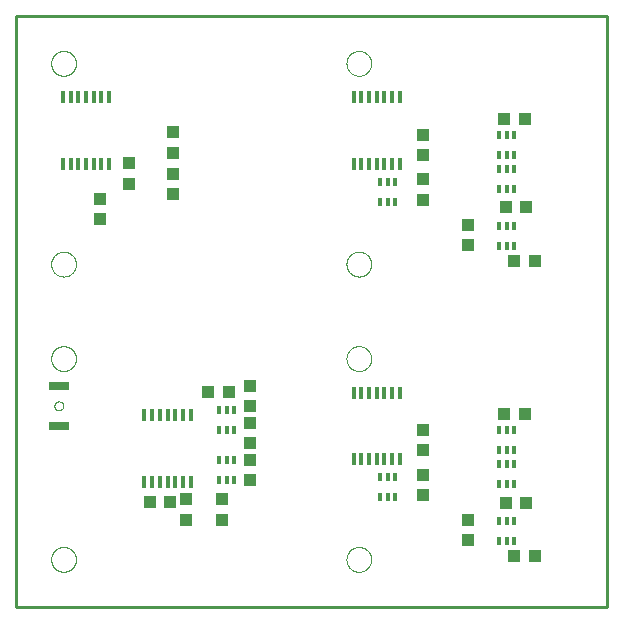
<source format=gbp>
G75*
%MOIN*%
%OFA0B0*%
%FSLAX25Y25*%
%IPPOS*%
%LPD*%
%AMOC8*
5,1,8,0,0,1.08239X$1,22.5*
%
%ADD10C,0.01000*%
%ADD11C,0.00000*%
%ADD12R,0.01378X0.03937*%
%ADD13R,0.04252X0.04134*%
%ADD14R,0.04331X0.03937*%
%ADD15R,0.01378X0.03150*%
%ADD16R,0.04134X0.04252*%
%ADD17R,0.03937X0.04331*%
%ADD18R,0.06693X0.03150*%
D10*
X0001500Y0001500D02*
X0198350Y0001500D01*
X0198350Y0198350D01*
X0001500Y0198350D01*
X0001500Y0001500D01*
D11*
X0013114Y0017248D02*
X0013116Y0017376D01*
X0013122Y0017504D01*
X0013132Y0017631D01*
X0013146Y0017759D01*
X0013163Y0017885D01*
X0013185Y0018011D01*
X0013211Y0018137D01*
X0013240Y0018261D01*
X0013273Y0018385D01*
X0013310Y0018507D01*
X0013351Y0018628D01*
X0013396Y0018748D01*
X0013444Y0018867D01*
X0013496Y0018984D01*
X0013552Y0019099D01*
X0013611Y0019213D01*
X0013673Y0019324D01*
X0013739Y0019434D01*
X0013808Y0019541D01*
X0013881Y0019647D01*
X0013957Y0019750D01*
X0014036Y0019850D01*
X0014118Y0019949D01*
X0014203Y0020044D01*
X0014291Y0020137D01*
X0014382Y0020227D01*
X0014475Y0020314D01*
X0014572Y0020399D01*
X0014670Y0020480D01*
X0014772Y0020558D01*
X0014875Y0020633D01*
X0014981Y0020705D01*
X0015089Y0020774D01*
X0015199Y0020839D01*
X0015312Y0020900D01*
X0015426Y0020959D01*
X0015541Y0021013D01*
X0015659Y0021064D01*
X0015777Y0021112D01*
X0015898Y0021155D01*
X0016019Y0021195D01*
X0016142Y0021231D01*
X0016266Y0021264D01*
X0016391Y0021292D01*
X0016516Y0021317D01*
X0016642Y0021337D01*
X0016769Y0021354D01*
X0016897Y0021367D01*
X0017024Y0021376D01*
X0017152Y0021381D01*
X0017280Y0021382D01*
X0017408Y0021379D01*
X0017536Y0021372D01*
X0017663Y0021361D01*
X0017790Y0021346D01*
X0017917Y0021328D01*
X0018043Y0021305D01*
X0018168Y0021278D01*
X0018292Y0021248D01*
X0018415Y0021214D01*
X0018538Y0021176D01*
X0018659Y0021134D01*
X0018778Y0021088D01*
X0018896Y0021039D01*
X0019013Y0020986D01*
X0019128Y0020930D01*
X0019241Y0020870D01*
X0019352Y0020807D01*
X0019461Y0020740D01*
X0019568Y0020670D01*
X0019673Y0020596D01*
X0019775Y0020520D01*
X0019875Y0020440D01*
X0019973Y0020357D01*
X0020068Y0020271D01*
X0020160Y0020182D01*
X0020249Y0020091D01*
X0020336Y0019997D01*
X0020419Y0019900D01*
X0020500Y0019800D01*
X0020577Y0019699D01*
X0020652Y0019594D01*
X0020723Y0019488D01*
X0020790Y0019379D01*
X0020855Y0019269D01*
X0020915Y0019156D01*
X0020973Y0019042D01*
X0021026Y0018926D01*
X0021076Y0018808D01*
X0021123Y0018689D01*
X0021166Y0018568D01*
X0021205Y0018446D01*
X0021240Y0018323D01*
X0021271Y0018199D01*
X0021299Y0018074D01*
X0021322Y0017948D01*
X0021342Y0017822D01*
X0021358Y0017695D01*
X0021370Y0017568D01*
X0021378Y0017440D01*
X0021382Y0017312D01*
X0021382Y0017184D01*
X0021378Y0017056D01*
X0021370Y0016928D01*
X0021358Y0016801D01*
X0021342Y0016674D01*
X0021322Y0016548D01*
X0021299Y0016422D01*
X0021271Y0016297D01*
X0021240Y0016173D01*
X0021205Y0016050D01*
X0021166Y0015928D01*
X0021123Y0015807D01*
X0021076Y0015688D01*
X0021026Y0015570D01*
X0020973Y0015454D01*
X0020915Y0015340D01*
X0020855Y0015227D01*
X0020790Y0015117D01*
X0020723Y0015008D01*
X0020652Y0014902D01*
X0020577Y0014797D01*
X0020500Y0014696D01*
X0020419Y0014596D01*
X0020336Y0014499D01*
X0020249Y0014405D01*
X0020160Y0014314D01*
X0020068Y0014225D01*
X0019973Y0014139D01*
X0019875Y0014056D01*
X0019775Y0013976D01*
X0019673Y0013900D01*
X0019568Y0013826D01*
X0019461Y0013756D01*
X0019352Y0013689D01*
X0019241Y0013626D01*
X0019128Y0013566D01*
X0019013Y0013510D01*
X0018896Y0013457D01*
X0018778Y0013408D01*
X0018659Y0013362D01*
X0018538Y0013320D01*
X0018415Y0013282D01*
X0018292Y0013248D01*
X0018168Y0013218D01*
X0018043Y0013191D01*
X0017917Y0013168D01*
X0017790Y0013150D01*
X0017663Y0013135D01*
X0017536Y0013124D01*
X0017408Y0013117D01*
X0017280Y0013114D01*
X0017152Y0013115D01*
X0017024Y0013120D01*
X0016897Y0013129D01*
X0016769Y0013142D01*
X0016642Y0013159D01*
X0016516Y0013179D01*
X0016391Y0013204D01*
X0016266Y0013232D01*
X0016142Y0013265D01*
X0016019Y0013301D01*
X0015898Y0013341D01*
X0015777Y0013384D01*
X0015659Y0013432D01*
X0015541Y0013483D01*
X0015426Y0013537D01*
X0015312Y0013596D01*
X0015199Y0013657D01*
X0015089Y0013722D01*
X0014981Y0013791D01*
X0014875Y0013863D01*
X0014772Y0013938D01*
X0014670Y0014016D01*
X0014572Y0014097D01*
X0014475Y0014182D01*
X0014382Y0014269D01*
X0014291Y0014359D01*
X0014203Y0014452D01*
X0014118Y0014547D01*
X0014036Y0014646D01*
X0013957Y0014746D01*
X0013881Y0014849D01*
X0013808Y0014955D01*
X0013739Y0015062D01*
X0013673Y0015172D01*
X0013611Y0015283D01*
X0013552Y0015397D01*
X0013496Y0015512D01*
X0013444Y0015629D01*
X0013396Y0015748D01*
X0013351Y0015868D01*
X0013310Y0015989D01*
X0013273Y0016111D01*
X0013240Y0016235D01*
X0013211Y0016359D01*
X0013185Y0016485D01*
X0013163Y0016611D01*
X0013146Y0016737D01*
X0013132Y0016865D01*
X0013122Y0016992D01*
X0013116Y0017120D01*
X0013114Y0017248D01*
X0014197Y0068429D02*
X0014199Y0068506D01*
X0014205Y0068582D01*
X0014215Y0068658D01*
X0014229Y0068733D01*
X0014246Y0068808D01*
X0014268Y0068881D01*
X0014293Y0068954D01*
X0014323Y0069025D01*
X0014355Y0069094D01*
X0014392Y0069161D01*
X0014431Y0069227D01*
X0014474Y0069290D01*
X0014521Y0069351D01*
X0014570Y0069410D01*
X0014623Y0069466D01*
X0014678Y0069519D01*
X0014736Y0069569D01*
X0014796Y0069616D01*
X0014859Y0069660D01*
X0014924Y0069701D01*
X0014991Y0069738D01*
X0015060Y0069772D01*
X0015130Y0069802D01*
X0015202Y0069828D01*
X0015276Y0069850D01*
X0015350Y0069869D01*
X0015425Y0069884D01*
X0015501Y0069895D01*
X0015577Y0069902D01*
X0015654Y0069905D01*
X0015730Y0069904D01*
X0015807Y0069899D01*
X0015883Y0069890D01*
X0015959Y0069877D01*
X0016033Y0069860D01*
X0016107Y0069840D01*
X0016180Y0069815D01*
X0016251Y0069787D01*
X0016321Y0069755D01*
X0016389Y0069720D01*
X0016455Y0069681D01*
X0016519Y0069639D01*
X0016580Y0069593D01*
X0016640Y0069544D01*
X0016696Y0069493D01*
X0016750Y0069438D01*
X0016801Y0069381D01*
X0016849Y0069321D01*
X0016894Y0069259D01*
X0016935Y0069194D01*
X0016973Y0069128D01*
X0017008Y0069060D01*
X0017038Y0068989D01*
X0017066Y0068918D01*
X0017089Y0068845D01*
X0017109Y0068771D01*
X0017125Y0068696D01*
X0017137Y0068620D01*
X0017145Y0068544D01*
X0017149Y0068467D01*
X0017149Y0068391D01*
X0017145Y0068314D01*
X0017137Y0068238D01*
X0017125Y0068162D01*
X0017109Y0068087D01*
X0017089Y0068013D01*
X0017066Y0067940D01*
X0017038Y0067869D01*
X0017008Y0067798D01*
X0016973Y0067730D01*
X0016935Y0067664D01*
X0016894Y0067599D01*
X0016849Y0067537D01*
X0016801Y0067477D01*
X0016750Y0067420D01*
X0016696Y0067365D01*
X0016640Y0067314D01*
X0016580Y0067265D01*
X0016519Y0067219D01*
X0016455Y0067177D01*
X0016389Y0067138D01*
X0016321Y0067103D01*
X0016251Y0067071D01*
X0016180Y0067043D01*
X0016107Y0067018D01*
X0016033Y0066998D01*
X0015959Y0066981D01*
X0015883Y0066968D01*
X0015807Y0066959D01*
X0015730Y0066954D01*
X0015654Y0066953D01*
X0015577Y0066956D01*
X0015501Y0066963D01*
X0015425Y0066974D01*
X0015350Y0066989D01*
X0015276Y0067008D01*
X0015202Y0067030D01*
X0015130Y0067056D01*
X0015060Y0067086D01*
X0014991Y0067120D01*
X0014924Y0067157D01*
X0014859Y0067198D01*
X0014796Y0067242D01*
X0014736Y0067289D01*
X0014678Y0067339D01*
X0014623Y0067392D01*
X0014570Y0067448D01*
X0014521Y0067507D01*
X0014474Y0067568D01*
X0014431Y0067631D01*
X0014392Y0067697D01*
X0014355Y0067764D01*
X0014323Y0067833D01*
X0014293Y0067904D01*
X0014268Y0067977D01*
X0014246Y0068050D01*
X0014229Y0068125D01*
X0014215Y0068200D01*
X0014205Y0068276D01*
X0014199Y0068352D01*
X0014197Y0068429D01*
X0013114Y0084177D02*
X0013116Y0084305D01*
X0013122Y0084433D01*
X0013132Y0084560D01*
X0013146Y0084688D01*
X0013163Y0084814D01*
X0013185Y0084940D01*
X0013211Y0085066D01*
X0013240Y0085190D01*
X0013273Y0085314D01*
X0013310Y0085436D01*
X0013351Y0085557D01*
X0013396Y0085677D01*
X0013444Y0085796D01*
X0013496Y0085913D01*
X0013552Y0086028D01*
X0013611Y0086142D01*
X0013673Y0086253D01*
X0013739Y0086363D01*
X0013808Y0086470D01*
X0013881Y0086576D01*
X0013957Y0086679D01*
X0014036Y0086779D01*
X0014118Y0086878D01*
X0014203Y0086973D01*
X0014291Y0087066D01*
X0014382Y0087156D01*
X0014475Y0087243D01*
X0014572Y0087328D01*
X0014670Y0087409D01*
X0014772Y0087487D01*
X0014875Y0087562D01*
X0014981Y0087634D01*
X0015089Y0087703D01*
X0015199Y0087768D01*
X0015312Y0087829D01*
X0015426Y0087888D01*
X0015541Y0087942D01*
X0015659Y0087993D01*
X0015777Y0088041D01*
X0015898Y0088084D01*
X0016019Y0088124D01*
X0016142Y0088160D01*
X0016266Y0088193D01*
X0016391Y0088221D01*
X0016516Y0088246D01*
X0016642Y0088266D01*
X0016769Y0088283D01*
X0016897Y0088296D01*
X0017024Y0088305D01*
X0017152Y0088310D01*
X0017280Y0088311D01*
X0017408Y0088308D01*
X0017536Y0088301D01*
X0017663Y0088290D01*
X0017790Y0088275D01*
X0017917Y0088257D01*
X0018043Y0088234D01*
X0018168Y0088207D01*
X0018292Y0088177D01*
X0018415Y0088143D01*
X0018538Y0088105D01*
X0018659Y0088063D01*
X0018778Y0088017D01*
X0018896Y0087968D01*
X0019013Y0087915D01*
X0019128Y0087859D01*
X0019241Y0087799D01*
X0019352Y0087736D01*
X0019461Y0087669D01*
X0019568Y0087599D01*
X0019673Y0087525D01*
X0019775Y0087449D01*
X0019875Y0087369D01*
X0019973Y0087286D01*
X0020068Y0087200D01*
X0020160Y0087111D01*
X0020249Y0087020D01*
X0020336Y0086926D01*
X0020419Y0086829D01*
X0020500Y0086729D01*
X0020577Y0086628D01*
X0020652Y0086523D01*
X0020723Y0086417D01*
X0020790Y0086308D01*
X0020855Y0086198D01*
X0020915Y0086085D01*
X0020973Y0085971D01*
X0021026Y0085855D01*
X0021076Y0085737D01*
X0021123Y0085618D01*
X0021166Y0085497D01*
X0021205Y0085375D01*
X0021240Y0085252D01*
X0021271Y0085128D01*
X0021299Y0085003D01*
X0021322Y0084877D01*
X0021342Y0084751D01*
X0021358Y0084624D01*
X0021370Y0084497D01*
X0021378Y0084369D01*
X0021382Y0084241D01*
X0021382Y0084113D01*
X0021378Y0083985D01*
X0021370Y0083857D01*
X0021358Y0083730D01*
X0021342Y0083603D01*
X0021322Y0083477D01*
X0021299Y0083351D01*
X0021271Y0083226D01*
X0021240Y0083102D01*
X0021205Y0082979D01*
X0021166Y0082857D01*
X0021123Y0082736D01*
X0021076Y0082617D01*
X0021026Y0082499D01*
X0020973Y0082383D01*
X0020915Y0082269D01*
X0020855Y0082156D01*
X0020790Y0082046D01*
X0020723Y0081937D01*
X0020652Y0081831D01*
X0020577Y0081726D01*
X0020500Y0081625D01*
X0020419Y0081525D01*
X0020336Y0081428D01*
X0020249Y0081334D01*
X0020160Y0081243D01*
X0020068Y0081154D01*
X0019973Y0081068D01*
X0019875Y0080985D01*
X0019775Y0080905D01*
X0019673Y0080829D01*
X0019568Y0080755D01*
X0019461Y0080685D01*
X0019352Y0080618D01*
X0019241Y0080555D01*
X0019128Y0080495D01*
X0019013Y0080439D01*
X0018896Y0080386D01*
X0018778Y0080337D01*
X0018659Y0080291D01*
X0018538Y0080249D01*
X0018415Y0080211D01*
X0018292Y0080177D01*
X0018168Y0080147D01*
X0018043Y0080120D01*
X0017917Y0080097D01*
X0017790Y0080079D01*
X0017663Y0080064D01*
X0017536Y0080053D01*
X0017408Y0080046D01*
X0017280Y0080043D01*
X0017152Y0080044D01*
X0017024Y0080049D01*
X0016897Y0080058D01*
X0016769Y0080071D01*
X0016642Y0080088D01*
X0016516Y0080108D01*
X0016391Y0080133D01*
X0016266Y0080161D01*
X0016142Y0080194D01*
X0016019Y0080230D01*
X0015898Y0080270D01*
X0015777Y0080313D01*
X0015659Y0080361D01*
X0015541Y0080412D01*
X0015426Y0080466D01*
X0015312Y0080525D01*
X0015199Y0080586D01*
X0015089Y0080651D01*
X0014981Y0080720D01*
X0014875Y0080792D01*
X0014772Y0080867D01*
X0014670Y0080945D01*
X0014572Y0081026D01*
X0014475Y0081111D01*
X0014382Y0081198D01*
X0014291Y0081288D01*
X0014203Y0081381D01*
X0014118Y0081476D01*
X0014036Y0081575D01*
X0013957Y0081675D01*
X0013881Y0081778D01*
X0013808Y0081884D01*
X0013739Y0081991D01*
X0013673Y0082101D01*
X0013611Y0082212D01*
X0013552Y0082326D01*
X0013496Y0082441D01*
X0013444Y0082558D01*
X0013396Y0082677D01*
X0013351Y0082797D01*
X0013310Y0082918D01*
X0013273Y0083040D01*
X0013240Y0083164D01*
X0013211Y0083288D01*
X0013185Y0083414D01*
X0013163Y0083540D01*
X0013146Y0083666D01*
X0013132Y0083794D01*
X0013122Y0083921D01*
X0013116Y0084049D01*
X0013114Y0084177D01*
X0013114Y0115673D02*
X0013116Y0115801D01*
X0013122Y0115929D01*
X0013132Y0116056D01*
X0013146Y0116184D01*
X0013163Y0116310D01*
X0013185Y0116436D01*
X0013211Y0116562D01*
X0013240Y0116686D01*
X0013273Y0116810D01*
X0013310Y0116932D01*
X0013351Y0117053D01*
X0013396Y0117173D01*
X0013444Y0117292D01*
X0013496Y0117409D01*
X0013552Y0117524D01*
X0013611Y0117638D01*
X0013673Y0117749D01*
X0013739Y0117859D01*
X0013808Y0117966D01*
X0013881Y0118072D01*
X0013957Y0118175D01*
X0014036Y0118275D01*
X0014118Y0118374D01*
X0014203Y0118469D01*
X0014291Y0118562D01*
X0014382Y0118652D01*
X0014475Y0118739D01*
X0014572Y0118824D01*
X0014670Y0118905D01*
X0014772Y0118983D01*
X0014875Y0119058D01*
X0014981Y0119130D01*
X0015089Y0119199D01*
X0015199Y0119264D01*
X0015312Y0119325D01*
X0015426Y0119384D01*
X0015541Y0119438D01*
X0015659Y0119489D01*
X0015777Y0119537D01*
X0015898Y0119580D01*
X0016019Y0119620D01*
X0016142Y0119656D01*
X0016266Y0119689D01*
X0016391Y0119717D01*
X0016516Y0119742D01*
X0016642Y0119762D01*
X0016769Y0119779D01*
X0016897Y0119792D01*
X0017024Y0119801D01*
X0017152Y0119806D01*
X0017280Y0119807D01*
X0017408Y0119804D01*
X0017536Y0119797D01*
X0017663Y0119786D01*
X0017790Y0119771D01*
X0017917Y0119753D01*
X0018043Y0119730D01*
X0018168Y0119703D01*
X0018292Y0119673D01*
X0018415Y0119639D01*
X0018538Y0119601D01*
X0018659Y0119559D01*
X0018778Y0119513D01*
X0018896Y0119464D01*
X0019013Y0119411D01*
X0019128Y0119355D01*
X0019241Y0119295D01*
X0019352Y0119232D01*
X0019461Y0119165D01*
X0019568Y0119095D01*
X0019673Y0119021D01*
X0019775Y0118945D01*
X0019875Y0118865D01*
X0019973Y0118782D01*
X0020068Y0118696D01*
X0020160Y0118607D01*
X0020249Y0118516D01*
X0020336Y0118422D01*
X0020419Y0118325D01*
X0020500Y0118225D01*
X0020577Y0118124D01*
X0020652Y0118019D01*
X0020723Y0117913D01*
X0020790Y0117804D01*
X0020855Y0117694D01*
X0020915Y0117581D01*
X0020973Y0117467D01*
X0021026Y0117351D01*
X0021076Y0117233D01*
X0021123Y0117114D01*
X0021166Y0116993D01*
X0021205Y0116871D01*
X0021240Y0116748D01*
X0021271Y0116624D01*
X0021299Y0116499D01*
X0021322Y0116373D01*
X0021342Y0116247D01*
X0021358Y0116120D01*
X0021370Y0115993D01*
X0021378Y0115865D01*
X0021382Y0115737D01*
X0021382Y0115609D01*
X0021378Y0115481D01*
X0021370Y0115353D01*
X0021358Y0115226D01*
X0021342Y0115099D01*
X0021322Y0114973D01*
X0021299Y0114847D01*
X0021271Y0114722D01*
X0021240Y0114598D01*
X0021205Y0114475D01*
X0021166Y0114353D01*
X0021123Y0114232D01*
X0021076Y0114113D01*
X0021026Y0113995D01*
X0020973Y0113879D01*
X0020915Y0113765D01*
X0020855Y0113652D01*
X0020790Y0113542D01*
X0020723Y0113433D01*
X0020652Y0113327D01*
X0020577Y0113222D01*
X0020500Y0113121D01*
X0020419Y0113021D01*
X0020336Y0112924D01*
X0020249Y0112830D01*
X0020160Y0112739D01*
X0020068Y0112650D01*
X0019973Y0112564D01*
X0019875Y0112481D01*
X0019775Y0112401D01*
X0019673Y0112325D01*
X0019568Y0112251D01*
X0019461Y0112181D01*
X0019352Y0112114D01*
X0019241Y0112051D01*
X0019128Y0111991D01*
X0019013Y0111935D01*
X0018896Y0111882D01*
X0018778Y0111833D01*
X0018659Y0111787D01*
X0018538Y0111745D01*
X0018415Y0111707D01*
X0018292Y0111673D01*
X0018168Y0111643D01*
X0018043Y0111616D01*
X0017917Y0111593D01*
X0017790Y0111575D01*
X0017663Y0111560D01*
X0017536Y0111549D01*
X0017408Y0111542D01*
X0017280Y0111539D01*
X0017152Y0111540D01*
X0017024Y0111545D01*
X0016897Y0111554D01*
X0016769Y0111567D01*
X0016642Y0111584D01*
X0016516Y0111604D01*
X0016391Y0111629D01*
X0016266Y0111657D01*
X0016142Y0111690D01*
X0016019Y0111726D01*
X0015898Y0111766D01*
X0015777Y0111809D01*
X0015659Y0111857D01*
X0015541Y0111908D01*
X0015426Y0111962D01*
X0015312Y0112021D01*
X0015199Y0112082D01*
X0015089Y0112147D01*
X0014981Y0112216D01*
X0014875Y0112288D01*
X0014772Y0112363D01*
X0014670Y0112441D01*
X0014572Y0112522D01*
X0014475Y0112607D01*
X0014382Y0112694D01*
X0014291Y0112784D01*
X0014203Y0112877D01*
X0014118Y0112972D01*
X0014036Y0113071D01*
X0013957Y0113171D01*
X0013881Y0113274D01*
X0013808Y0113380D01*
X0013739Y0113487D01*
X0013673Y0113597D01*
X0013611Y0113708D01*
X0013552Y0113822D01*
X0013496Y0113937D01*
X0013444Y0114054D01*
X0013396Y0114173D01*
X0013351Y0114293D01*
X0013310Y0114414D01*
X0013273Y0114536D01*
X0013240Y0114660D01*
X0013211Y0114784D01*
X0013185Y0114910D01*
X0013163Y0115036D01*
X0013146Y0115162D01*
X0013132Y0115290D01*
X0013122Y0115417D01*
X0013116Y0115545D01*
X0013114Y0115673D01*
X0013114Y0182602D02*
X0013116Y0182730D01*
X0013122Y0182858D01*
X0013132Y0182985D01*
X0013146Y0183113D01*
X0013163Y0183239D01*
X0013185Y0183365D01*
X0013211Y0183491D01*
X0013240Y0183615D01*
X0013273Y0183739D01*
X0013310Y0183861D01*
X0013351Y0183982D01*
X0013396Y0184102D01*
X0013444Y0184221D01*
X0013496Y0184338D01*
X0013552Y0184453D01*
X0013611Y0184567D01*
X0013673Y0184678D01*
X0013739Y0184788D01*
X0013808Y0184895D01*
X0013881Y0185001D01*
X0013957Y0185104D01*
X0014036Y0185204D01*
X0014118Y0185303D01*
X0014203Y0185398D01*
X0014291Y0185491D01*
X0014382Y0185581D01*
X0014475Y0185668D01*
X0014572Y0185753D01*
X0014670Y0185834D01*
X0014772Y0185912D01*
X0014875Y0185987D01*
X0014981Y0186059D01*
X0015089Y0186128D01*
X0015199Y0186193D01*
X0015312Y0186254D01*
X0015426Y0186313D01*
X0015541Y0186367D01*
X0015659Y0186418D01*
X0015777Y0186466D01*
X0015898Y0186509D01*
X0016019Y0186549D01*
X0016142Y0186585D01*
X0016266Y0186618D01*
X0016391Y0186646D01*
X0016516Y0186671D01*
X0016642Y0186691D01*
X0016769Y0186708D01*
X0016897Y0186721D01*
X0017024Y0186730D01*
X0017152Y0186735D01*
X0017280Y0186736D01*
X0017408Y0186733D01*
X0017536Y0186726D01*
X0017663Y0186715D01*
X0017790Y0186700D01*
X0017917Y0186682D01*
X0018043Y0186659D01*
X0018168Y0186632D01*
X0018292Y0186602D01*
X0018415Y0186568D01*
X0018538Y0186530D01*
X0018659Y0186488D01*
X0018778Y0186442D01*
X0018896Y0186393D01*
X0019013Y0186340D01*
X0019128Y0186284D01*
X0019241Y0186224D01*
X0019352Y0186161D01*
X0019461Y0186094D01*
X0019568Y0186024D01*
X0019673Y0185950D01*
X0019775Y0185874D01*
X0019875Y0185794D01*
X0019973Y0185711D01*
X0020068Y0185625D01*
X0020160Y0185536D01*
X0020249Y0185445D01*
X0020336Y0185351D01*
X0020419Y0185254D01*
X0020500Y0185154D01*
X0020577Y0185053D01*
X0020652Y0184948D01*
X0020723Y0184842D01*
X0020790Y0184733D01*
X0020855Y0184623D01*
X0020915Y0184510D01*
X0020973Y0184396D01*
X0021026Y0184280D01*
X0021076Y0184162D01*
X0021123Y0184043D01*
X0021166Y0183922D01*
X0021205Y0183800D01*
X0021240Y0183677D01*
X0021271Y0183553D01*
X0021299Y0183428D01*
X0021322Y0183302D01*
X0021342Y0183176D01*
X0021358Y0183049D01*
X0021370Y0182922D01*
X0021378Y0182794D01*
X0021382Y0182666D01*
X0021382Y0182538D01*
X0021378Y0182410D01*
X0021370Y0182282D01*
X0021358Y0182155D01*
X0021342Y0182028D01*
X0021322Y0181902D01*
X0021299Y0181776D01*
X0021271Y0181651D01*
X0021240Y0181527D01*
X0021205Y0181404D01*
X0021166Y0181282D01*
X0021123Y0181161D01*
X0021076Y0181042D01*
X0021026Y0180924D01*
X0020973Y0180808D01*
X0020915Y0180694D01*
X0020855Y0180581D01*
X0020790Y0180471D01*
X0020723Y0180362D01*
X0020652Y0180256D01*
X0020577Y0180151D01*
X0020500Y0180050D01*
X0020419Y0179950D01*
X0020336Y0179853D01*
X0020249Y0179759D01*
X0020160Y0179668D01*
X0020068Y0179579D01*
X0019973Y0179493D01*
X0019875Y0179410D01*
X0019775Y0179330D01*
X0019673Y0179254D01*
X0019568Y0179180D01*
X0019461Y0179110D01*
X0019352Y0179043D01*
X0019241Y0178980D01*
X0019128Y0178920D01*
X0019013Y0178864D01*
X0018896Y0178811D01*
X0018778Y0178762D01*
X0018659Y0178716D01*
X0018538Y0178674D01*
X0018415Y0178636D01*
X0018292Y0178602D01*
X0018168Y0178572D01*
X0018043Y0178545D01*
X0017917Y0178522D01*
X0017790Y0178504D01*
X0017663Y0178489D01*
X0017536Y0178478D01*
X0017408Y0178471D01*
X0017280Y0178468D01*
X0017152Y0178469D01*
X0017024Y0178474D01*
X0016897Y0178483D01*
X0016769Y0178496D01*
X0016642Y0178513D01*
X0016516Y0178533D01*
X0016391Y0178558D01*
X0016266Y0178586D01*
X0016142Y0178619D01*
X0016019Y0178655D01*
X0015898Y0178695D01*
X0015777Y0178738D01*
X0015659Y0178786D01*
X0015541Y0178837D01*
X0015426Y0178891D01*
X0015312Y0178950D01*
X0015199Y0179011D01*
X0015089Y0179076D01*
X0014981Y0179145D01*
X0014875Y0179217D01*
X0014772Y0179292D01*
X0014670Y0179370D01*
X0014572Y0179451D01*
X0014475Y0179536D01*
X0014382Y0179623D01*
X0014291Y0179713D01*
X0014203Y0179806D01*
X0014118Y0179901D01*
X0014036Y0180000D01*
X0013957Y0180100D01*
X0013881Y0180203D01*
X0013808Y0180309D01*
X0013739Y0180416D01*
X0013673Y0180526D01*
X0013611Y0180637D01*
X0013552Y0180751D01*
X0013496Y0180866D01*
X0013444Y0180983D01*
X0013396Y0181102D01*
X0013351Y0181222D01*
X0013310Y0181343D01*
X0013273Y0181465D01*
X0013240Y0181589D01*
X0013211Y0181713D01*
X0013185Y0181839D01*
X0013163Y0181965D01*
X0013146Y0182091D01*
X0013132Y0182219D01*
X0013122Y0182346D01*
X0013116Y0182474D01*
X0013114Y0182602D01*
X0111539Y0182602D02*
X0111541Y0182730D01*
X0111547Y0182858D01*
X0111557Y0182985D01*
X0111571Y0183113D01*
X0111588Y0183239D01*
X0111610Y0183365D01*
X0111636Y0183491D01*
X0111665Y0183615D01*
X0111698Y0183739D01*
X0111735Y0183861D01*
X0111776Y0183982D01*
X0111821Y0184102D01*
X0111869Y0184221D01*
X0111921Y0184338D01*
X0111977Y0184453D01*
X0112036Y0184567D01*
X0112098Y0184678D01*
X0112164Y0184788D01*
X0112233Y0184895D01*
X0112306Y0185001D01*
X0112382Y0185104D01*
X0112461Y0185204D01*
X0112543Y0185303D01*
X0112628Y0185398D01*
X0112716Y0185491D01*
X0112807Y0185581D01*
X0112900Y0185668D01*
X0112997Y0185753D01*
X0113095Y0185834D01*
X0113197Y0185912D01*
X0113300Y0185987D01*
X0113406Y0186059D01*
X0113514Y0186128D01*
X0113624Y0186193D01*
X0113737Y0186254D01*
X0113851Y0186313D01*
X0113966Y0186367D01*
X0114084Y0186418D01*
X0114202Y0186466D01*
X0114323Y0186509D01*
X0114444Y0186549D01*
X0114567Y0186585D01*
X0114691Y0186618D01*
X0114816Y0186646D01*
X0114941Y0186671D01*
X0115067Y0186691D01*
X0115194Y0186708D01*
X0115322Y0186721D01*
X0115449Y0186730D01*
X0115577Y0186735D01*
X0115705Y0186736D01*
X0115833Y0186733D01*
X0115961Y0186726D01*
X0116088Y0186715D01*
X0116215Y0186700D01*
X0116342Y0186682D01*
X0116468Y0186659D01*
X0116593Y0186632D01*
X0116717Y0186602D01*
X0116840Y0186568D01*
X0116963Y0186530D01*
X0117084Y0186488D01*
X0117203Y0186442D01*
X0117321Y0186393D01*
X0117438Y0186340D01*
X0117553Y0186284D01*
X0117666Y0186224D01*
X0117777Y0186161D01*
X0117886Y0186094D01*
X0117993Y0186024D01*
X0118098Y0185950D01*
X0118200Y0185874D01*
X0118300Y0185794D01*
X0118398Y0185711D01*
X0118493Y0185625D01*
X0118585Y0185536D01*
X0118674Y0185445D01*
X0118761Y0185351D01*
X0118844Y0185254D01*
X0118925Y0185154D01*
X0119002Y0185053D01*
X0119077Y0184948D01*
X0119148Y0184842D01*
X0119215Y0184733D01*
X0119280Y0184623D01*
X0119340Y0184510D01*
X0119398Y0184396D01*
X0119451Y0184280D01*
X0119501Y0184162D01*
X0119548Y0184043D01*
X0119591Y0183922D01*
X0119630Y0183800D01*
X0119665Y0183677D01*
X0119696Y0183553D01*
X0119724Y0183428D01*
X0119747Y0183302D01*
X0119767Y0183176D01*
X0119783Y0183049D01*
X0119795Y0182922D01*
X0119803Y0182794D01*
X0119807Y0182666D01*
X0119807Y0182538D01*
X0119803Y0182410D01*
X0119795Y0182282D01*
X0119783Y0182155D01*
X0119767Y0182028D01*
X0119747Y0181902D01*
X0119724Y0181776D01*
X0119696Y0181651D01*
X0119665Y0181527D01*
X0119630Y0181404D01*
X0119591Y0181282D01*
X0119548Y0181161D01*
X0119501Y0181042D01*
X0119451Y0180924D01*
X0119398Y0180808D01*
X0119340Y0180694D01*
X0119280Y0180581D01*
X0119215Y0180471D01*
X0119148Y0180362D01*
X0119077Y0180256D01*
X0119002Y0180151D01*
X0118925Y0180050D01*
X0118844Y0179950D01*
X0118761Y0179853D01*
X0118674Y0179759D01*
X0118585Y0179668D01*
X0118493Y0179579D01*
X0118398Y0179493D01*
X0118300Y0179410D01*
X0118200Y0179330D01*
X0118098Y0179254D01*
X0117993Y0179180D01*
X0117886Y0179110D01*
X0117777Y0179043D01*
X0117666Y0178980D01*
X0117553Y0178920D01*
X0117438Y0178864D01*
X0117321Y0178811D01*
X0117203Y0178762D01*
X0117084Y0178716D01*
X0116963Y0178674D01*
X0116840Y0178636D01*
X0116717Y0178602D01*
X0116593Y0178572D01*
X0116468Y0178545D01*
X0116342Y0178522D01*
X0116215Y0178504D01*
X0116088Y0178489D01*
X0115961Y0178478D01*
X0115833Y0178471D01*
X0115705Y0178468D01*
X0115577Y0178469D01*
X0115449Y0178474D01*
X0115322Y0178483D01*
X0115194Y0178496D01*
X0115067Y0178513D01*
X0114941Y0178533D01*
X0114816Y0178558D01*
X0114691Y0178586D01*
X0114567Y0178619D01*
X0114444Y0178655D01*
X0114323Y0178695D01*
X0114202Y0178738D01*
X0114084Y0178786D01*
X0113966Y0178837D01*
X0113851Y0178891D01*
X0113737Y0178950D01*
X0113624Y0179011D01*
X0113514Y0179076D01*
X0113406Y0179145D01*
X0113300Y0179217D01*
X0113197Y0179292D01*
X0113095Y0179370D01*
X0112997Y0179451D01*
X0112900Y0179536D01*
X0112807Y0179623D01*
X0112716Y0179713D01*
X0112628Y0179806D01*
X0112543Y0179901D01*
X0112461Y0180000D01*
X0112382Y0180100D01*
X0112306Y0180203D01*
X0112233Y0180309D01*
X0112164Y0180416D01*
X0112098Y0180526D01*
X0112036Y0180637D01*
X0111977Y0180751D01*
X0111921Y0180866D01*
X0111869Y0180983D01*
X0111821Y0181102D01*
X0111776Y0181222D01*
X0111735Y0181343D01*
X0111698Y0181465D01*
X0111665Y0181589D01*
X0111636Y0181713D01*
X0111610Y0181839D01*
X0111588Y0181965D01*
X0111571Y0182091D01*
X0111557Y0182219D01*
X0111547Y0182346D01*
X0111541Y0182474D01*
X0111539Y0182602D01*
X0111539Y0115673D02*
X0111541Y0115801D01*
X0111547Y0115929D01*
X0111557Y0116056D01*
X0111571Y0116184D01*
X0111588Y0116310D01*
X0111610Y0116436D01*
X0111636Y0116562D01*
X0111665Y0116686D01*
X0111698Y0116810D01*
X0111735Y0116932D01*
X0111776Y0117053D01*
X0111821Y0117173D01*
X0111869Y0117292D01*
X0111921Y0117409D01*
X0111977Y0117524D01*
X0112036Y0117638D01*
X0112098Y0117749D01*
X0112164Y0117859D01*
X0112233Y0117966D01*
X0112306Y0118072D01*
X0112382Y0118175D01*
X0112461Y0118275D01*
X0112543Y0118374D01*
X0112628Y0118469D01*
X0112716Y0118562D01*
X0112807Y0118652D01*
X0112900Y0118739D01*
X0112997Y0118824D01*
X0113095Y0118905D01*
X0113197Y0118983D01*
X0113300Y0119058D01*
X0113406Y0119130D01*
X0113514Y0119199D01*
X0113624Y0119264D01*
X0113737Y0119325D01*
X0113851Y0119384D01*
X0113966Y0119438D01*
X0114084Y0119489D01*
X0114202Y0119537D01*
X0114323Y0119580D01*
X0114444Y0119620D01*
X0114567Y0119656D01*
X0114691Y0119689D01*
X0114816Y0119717D01*
X0114941Y0119742D01*
X0115067Y0119762D01*
X0115194Y0119779D01*
X0115322Y0119792D01*
X0115449Y0119801D01*
X0115577Y0119806D01*
X0115705Y0119807D01*
X0115833Y0119804D01*
X0115961Y0119797D01*
X0116088Y0119786D01*
X0116215Y0119771D01*
X0116342Y0119753D01*
X0116468Y0119730D01*
X0116593Y0119703D01*
X0116717Y0119673D01*
X0116840Y0119639D01*
X0116963Y0119601D01*
X0117084Y0119559D01*
X0117203Y0119513D01*
X0117321Y0119464D01*
X0117438Y0119411D01*
X0117553Y0119355D01*
X0117666Y0119295D01*
X0117777Y0119232D01*
X0117886Y0119165D01*
X0117993Y0119095D01*
X0118098Y0119021D01*
X0118200Y0118945D01*
X0118300Y0118865D01*
X0118398Y0118782D01*
X0118493Y0118696D01*
X0118585Y0118607D01*
X0118674Y0118516D01*
X0118761Y0118422D01*
X0118844Y0118325D01*
X0118925Y0118225D01*
X0119002Y0118124D01*
X0119077Y0118019D01*
X0119148Y0117913D01*
X0119215Y0117804D01*
X0119280Y0117694D01*
X0119340Y0117581D01*
X0119398Y0117467D01*
X0119451Y0117351D01*
X0119501Y0117233D01*
X0119548Y0117114D01*
X0119591Y0116993D01*
X0119630Y0116871D01*
X0119665Y0116748D01*
X0119696Y0116624D01*
X0119724Y0116499D01*
X0119747Y0116373D01*
X0119767Y0116247D01*
X0119783Y0116120D01*
X0119795Y0115993D01*
X0119803Y0115865D01*
X0119807Y0115737D01*
X0119807Y0115609D01*
X0119803Y0115481D01*
X0119795Y0115353D01*
X0119783Y0115226D01*
X0119767Y0115099D01*
X0119747Y0114973D01*
X0119724Y0114847D01*
X0119696Y0114722D01*
X0119665Y0114598D01*
X0119630Y0114475D01*
X0119591Y0114353D01*
X0119548Y0114232D01*
X0119501Y0114113D01*
X0119451Y0113995D01*
X0119398Y0113879D01*
X0119340Y0113765D01*
X0119280Y0113652D01*
X0119215Y0113542D01*
X0119148Y0113433D01*
X0119077Y0113327D01*
X0119002Y0113222D01*
X0118925Y0113121D01*
X0118844Y0113021D01*
X0118761Y0112924D01*
X0118674Y0112830D01*
X0118585Y0112739D01*
X0118493Y0112650D01*
X0118398Y0112564D01*
X0118300Y0112481D01*
X0118200Y0112401D01*
X0118098Y0112325D01*
X0117993Y0112251D01*
X0117886Y0112181D01*
X0117777Y0112114D01*
X0117666Y0112051D01*
X0117553Y0111991D01*
X0117438Y0111935D01*
X0117321Y0111882D01*
X0117203Y0111833D01*
X0117084Y0111787D01*
X0116963Y0111745D01*
X0116840Y0111707D01*
X0116717Y0111673D01*
X0116593Y0111643D01*
X0116468Y0111616D01*
X0116342Y0111593D01*
X0116215Y0111575D01*
X0116088Y0111560D01*
X0115961Y0111549D01*
X0115833Y0111542D01*
X0115705Y0111539D01*
X0115577Y0111540D01*
X0115449Y0111545D01*
X0115322Y0111554D01*
X0115194Y0111567D01*
X0115067Y0111584D01*
X0114941Y0111604D01*
X0114816Y0111629D01*
X0114691Y0111657D01*
X0114567Y0111690D01*
X0114444Y0111726D01*
X0114323Y0111766D01*
X0114202Y0111809D01*
X0114084Y0111857D01*
X0113966Y0111908D01*
X0113851Y0111962D01*
X0113737Y0112021D01*
X0113624Y0112082D01*
X0113514Y0112147D01*
X0113406Y0112216D01*
X0113300Y0112288D01*
X0113197Y0112363D01*
X0113095Y0112441D01*
X0112997Y0112522D01*
X0112900Y0112607D01*
X0112807Y0112694D01*
X0112716Y0112784D01*
X0112628Y0112877D01*
X0112543Y0112972D01*
X0112461Y0113071D01*
X0112382Y0113171D01*
X0112306Y0113274D01*
X0112233Y0113380D01*
X0112164Y0113487D01*
X0112098Y0113597D01*
X0112036Y0113708D01*
X0111977Y0113822D01*
X0111921Y0113937D01*
X0111869Y0114054D01*
X0111821Y0114173D01*
X0111776Y0114293D01*
X0111735Y0114414D01*
X0111698Y0114536D01*
X0111665Y0114660D01*
X0111636Y0114784D01*
X0111610Y0114910D01*
X0111588Y0115036D01*
X0111571Y0115162D01*
X0111557Y0115290D01*
X0111547Y0115417D01*
X0111541Y0115545D01*
X0111539Y0115673D01*
X0111539Y0084177D02*
X0111541Y0084305D01*
X0111547Y0084433D01*
X0111557Y0084560D01*
X0111571Y0084688D01*
X0111588Y0084814D01*
X0111610Y0084940D01*
X0111636Y0085066D01*
X0111665Y0085190D01*
X0111698Y0085314D01*
X0111735Y0085436D01*
X0111776Y0085557D01*
X0111821Y0085677D01*
X0111869Y0085796D01*
X0111921Y0085913D01*
X0111977Y0086028D01*
X0112036Y0086142D01*
X0112098Y0086253D01*
X0112164Y0086363D01*
X0112233Y0086470D01*
X0112306Y0086576D01*
X0112382Y0086679D01*
X0112461Y0086779D01*
X0112543Y0086878D01*
X0112628Y0086973D01*
X0112716Y0087066D01*
X0112807Y0087156D01*
X0112900Y0087243D01*
X0112997Y0087328D01*
X0113095Y0087409D01*
X0113197Y0087487D01*
X0113300Y0087562D01*
X0113406Y0087634D01*
X0113514Y0087703D01*
X0113624Y0087768D01*
X0113737Y0087829D01*
X0113851Y0087888D01*
X0113966Y0087942D01*
X0114084Y0087993D01*
X0114202Y0088041D01*
X0114323Y0088084D01*
X0114444Y0088124D01*
X0114567Y0088160D01*
X0114691Y0088193D01*
X0114816Y0088221D01*
X0114941Y0088246D01*
X0115067Y0088266D01*
X0115194Y0088283D01*
X0115322Y0088296D01*
X0115449Y0088305D01*
X0115577Y0088310D01*
X0115705Y0088311D01*
X0115833Y0088308D01*
X0115961Y0088301D01*
X0116088Y0088290D01*
X0116215Y0088275D01*
X0116342Y0088257D01*
X0116468Y0088234D01*
X0116593Y0088207D01*
X0116717Y0088177D01*
X0116840Y0088143D01*
X0116963Y0088105D01*
X0117084Y0088063D01*
X0117203Y0088017D01*
X0117321Y0087968D01*
X0117438Y0087915D01*
X0117553Y0087859D01*
X0117666Y0087799D01*
X0117777Y0087736D01*
X0117886Y0087669D01*
X0117993Y0087599D01*
X0118098Y0087525D01*
X0118200Y0087449D01*
X0118300Y0087369D01*
X0118398Y0087286D01*
X0118493Y0087200D01*
X0118585Y0087111D01*
X0118674Y0087020D01*
X0118761Y0086926D01*
X0118844Y0086829D01*
X0118925Y0086729D01*
X0119002Y0086628D01*
X0119077Y0086523D01*
X0119148Y0086417D01*
X0119215Y0086308D01*
X0119280Y0086198D01*
X0119340Y0086085D01*
X0119398Y0085971D01*
X0119451Y0085855D01*
X0119501Y0085737D01*
X0119548Y0085618D01*
X0119591Y0085497D01*
X0119630Y0085375D01*
X0119665Y0085252D01*
X0119696Y0085128D01*
X0119724Y0085003D01*
X0119747Y0084877D01*
X0119767Y0084751D01*
X0119783Y0084624D01*
X0119795Y0084497D01*
X0119803Y0084369D01*
X0119807Y0084241D01*
X0119807Y0084113D01*
X0119803Y0083985D01*
X0119795Y0083857D01*
X0119783Y0083730D01*
X0119767Y0083603D01*
X0119747Y0083477D01*
X0119724Y0083351D01*
X0119696Y0083226D01*
X0119665Y0083102D01*
X0119630Y0082979D01*
X0119591Y0082857D01*
X0119548Y0082736D01*
X0119501Y0082617D01*
X0119451Y0082499D01*
X0119398Y0082383D01*
X0119340Y0082269D01*
X0119280Y0082156D01*
X0119215Y0082046D01*
X0119148Y0081937D01*
X0119077Y0081831D01*
X0119002Y0081726D01*
X0118925Y0081625D01*
X0118844Y0081525D01*
X0118761Y0081428D01*
X0118674Y0081334D01*
X0118585Y0081243D01*
X0118493Y0081154D01*
X0118398Y0081068D01*
X0118300Y0080985D01*
X0118200Y0080905D01*
X0118098Y0080829D01*
X0117993Y0080755D01*
X0117886Y0080685D01*
X0117777Y0080618D01*
X0117666Y0080555D01*
X0117553Y0080495D01*
X0117438Y0080439D01*
X0117321Y0080386D01*
X0117203Y0080337D01*
X0117084Y0080291D01*
X0116963Y0080249D01*
X0116840Y0080211D01*
X0116717Y0080177D01*
X0116593Y0080147D01*
X0116468Y0080120D01*
X0116342Y0080097D01*
X0116215Y0080079D01*
X0116088Y0080064D01*
X0115961Y0080053D01*
X0115833Y0080046D01*
X0115705Y0080043D01*
X0115577Y0080044D01*
X0115449Y0080049D01*
X0115322Y0080058D01*
X0115194Y0080071D01*
X0115067Y0080088D01*
X0114941Y0080108D01*
X0114816Y0080133D01*
X0114691Y0080161D01*
X0114567Y0080194D01*
X0114444Y0080230D01*
X0114323Y0080270D01*
X0114202Y0080313D01*
X0114084Y0080361D01*
X0113966Y0080412D01*
X0113851Y0080466D01*
X0113737Y0080525D01*
X0113624Y0080586D01*
X0113514Y0080651D01*
X0113406Y0080720D01*
X0113300Y0080792D01*
X0113197Y0080867D01*
X0113095Y0080945D01*
X0112997Y0081026D01*
X0112900Y0081111D01*
X0112807Y0081198D01*
X0112716Y0081288D01*
X0112628Y0081381D01*
X0112543Y0081476D01*
X0112461Y0081575D01*
X0112382Y0081675D01*
X0112306Y0081778D01*
X0112233Y0081884D01*
X0112164Y0081991D01*
X0112098Y0082101D01*
X0112036Y0082212D01*
X0111977Y0082326D01*
X0111921Y0082441D01*
X0111869Y0082558D01*
X0111821Y0082677D01*
X0111776Y0082797D01*
X0111735Y0082918D01*
X0111698Y0083040D01*
X0111665Y0083164D01*
X0111636Y0083288D01*
X0111610Y0083414D01*
X0111588Y0083540D01*
X0111571Y0083666D01*
X0111557Y0083794D01*
X0111547Y0083921D01*
X0111541Y0084049D01*
X0111539Y0084177D01*
X0111539Y0017248D02*
X0111541Y0017376D01*
X0111547Y0017504D01*
X0111557Y0017631D01*
X0111571Y0017759D01*
X0111588Y0017885D01*
X0111610Y0018011D01*
X0111636Y0018137D01*
X0111665Y0018261D01*
X0111698Y0018385D01*
X0111735Y0018507D01*
X0111776Y0018628D01*
X0111821Y0018748D01*
X0111869Y0018867D01*
X0111921Y0018984D01*
X0111977Y0019099D01*
X0112036Y0019213D01*
X0112098Y0019324D01*
X0112164Y0019434D01*
X0112233Y0019541D01*
X0112306Y0019647D01*
X0112382Y0019750D01*
X0112461Y0019850D01*
X0112543Y0019949D01*
X0112628Y0020044D01*
X0112716Y0020137D01*
X0112807Y0020227D01*
X0112900Y0020314D01*
X0112997Y0020399D01*
X0113095Y0020480D01*
X0113197Y0020558D01*
X0113300Y0020633D01*
X0113406Y0020705D01*
X0113514Y0020774D01*
X0113624Y0020839D01*
X0113737Y0020900D01*
X0113851Y0020959D01*
X0113966Y0021013D01*
X0114084Y0021064D01*
X0114202Y0021112D01*
X0114323Y0021155D01*
X0114444Y0021195D01*
X0114567Y0021231D01*
X0114691Y0021264D01*
X0114816Y0021292D01*
X0114941Y0021317D01*
X0115067Y0021337D01*
X0115194Y0021354D01*
X0115322Y0021367D01*
X0115449Y0021376D01*
X0115577Y0021381D01*
X0115705Y0021382D01*
X0115833Y0021379D01*
X0115961Y0021372D01*
X0116088Y0021361D01*
X0116215Y0021346D01*
X0116342Y0021328D01*
X0116468Y0021305D01*
X0116593Y0021278D01*
X0116717Y0021248D01*
X0116840Y0021214D01*
X0116963Y0021176D01*
X0117084Y0021134D01*
X0117203Y0021088D01*
X0117321Y0021039D01*
X0117438Y0020986D01*
X0117553Y0020930D01*
X0117666Y0020870D01*
X0117777Y0020807D01*
X0117886Y0020740D01*
X0117993Y0020670D01*
X0118098Y0020596D01*
X0118200Y0020520D01*
X0118300Y0020440D01*
X0118398Y0020357D01*
X0118493Y0020271D01*
X0118585Y0020182D01*
X0118674Y0020091D01*
X0118761Y0019997D01*
X0118844Y0019900D01*
X0118925Y0019800D01*
X0119002Y0019699D01*
X0119077Y0019594D01*
X0119148Y0019488D01*
X0119215Y0019379D01*
X0119280Y0019269D01*
X0119340Y0019156D01*
X0119398Y0019042D01*
X0119451Y0018926D01*
X0119501Y0018808D01*
X0119548Y0018689D01*
X0119591Y0018568D01*
X0119630Y0018446D01*
X0119665Y0018323D01*
X0119696Y0018199D01*
X0119724Y0018074D01*
X0119747Y0017948D01*
X0119767Y0017822D01*
X0119783Y0017695D01*
X0119795Y0017568D01*
X0119803Y0017440D01*
X0119807Y0017312D01*
X0119807Y0017184D01*
X0119803Y0017056D01*
X0119795Y0016928D01*
X0119783Y0016801D01*
X0119767Y0016674D01*
X0119747Y0016548D01*
X0119724Y0016422D01*
X0119696Y0016297D01*
X0119665Y0016173D01*
X0119630Y0016050D01*
X0119591Y0015928D01*
X0119548Y0015807D01*
X0119501Y0015688D01*
X0119451Y0015570D01*
X0119398Y0015454D01*
X0119340Y0015340D01*
X0119280Y0015227D01*
X0119215Y0015117D01*
X0119148Y0015008D01*
X0119077Y0014902D01*
X0119002Y0014797D01*
X0118925Y0014696D01*
X0118844Y0014596D01*
X0118761Y0014499D01*
X0118674Y0014405D01*
X0118585Y0014314D01*
X0118493Y0014225D01*
X0118398Y0014139D01*
X0118300Y0014056D01*
X0118200Y0013976D01*
X0118098Y0013900D01*
X0117993Y0013826D01*
X0117886Y0013756D01*
X0117777Y0013689D01*
X0117666Y0013626D01*
X0117553Y0013566D01*
X0117438Y0013510D01*
X0117321Y0013457D01*
X0117203Y0013408D01*
X0117084Y0013362D01*
X0116963Y0013320D01*
X0116840Y0013282D01*
X0116717Y0013248D01*
X0116593Y0013218D01*
X0116468Y0013191D01*
X0116342Y0013168D01*
X0116215Y0013150D01*
X0116088Y0013135D01*
X0115961Y0013124D01*
X0115833Y0013117D01*
X0115705Y0013114D01*
X0115577Y0013115D01*
X0115449Y0013120D01*
X0115322Y0013129D01*
X0115194Y0013142D01*
X0115067Y0013159D01*
X0114941Y0013179D01*
X0114816Y0013204D01*
X0114691Y0013232D01*
X0114567Y0013265D01*
X0114444Y0013301D01*
X0114323Y0013341D01*
X0114202Y0013384D01*
X0114084Y0013432D01*
X0113966Y0013483D01*
X0113851Y0013537D01*
X0113737Y0013596D01*
X0113624Y0013657D01*
X0113514Y0013722D01*
X0113406Y0013791D01*
X0113300Y0013863D01*
X0113197Y0013938D01*
X0113095Y0014016D01*
X0112997Y0014097D01*
X0112900Y0014182D01*
X0112807Y0014269D01*
X0112716Y0014359D01*
X0112628Y0014452D01*
X0112543Y0014547D01*
X0112461Y0014646D01*
X0112382Y0014746D01*
X0112306Y0014849D01*
X0112233Y0014955D01*
X0112164Y0015062D01*
X0112098Y0015172D01*
X0112036Y0015283D01*
X0111977Y0015397D01*
X0111921Y0015512D01*
X0111869Y0015629D01*
X0111821Y0015748D01*
X0111776Y0015868D01*
X0111735Y0015989D01*
X0111698Y0016111D01*
X0111665Y0016235D01*
X0111636Y0016359D01*
X0111610Y0016485D01*
X0111588Y0016611D01*
X0111571Y0016737D01*
X0111557Y0016865D01*
X0111547Y0016992D01*
X0111541Y0017120D01*
X0111539Y0017248D01*
D12*
X0113902Y0050614D03*
X0116461Y0050614D03*
X0119020Y0050614D03*
X0121579Y0050614D03*
X0124138Y0050614D03*
X0126697Y0050614D03*
X0129256Y0050614D03*
X0129256Y0072858D03*
X0126697Y0072858D03*
X0124138Y0072858D03*
X0121579Y0072858D03*
X0119020Y0072858D03*
X0116461Y0072858D03*
X0113902Y0072858D03*
X0059571Y0065378D03*
X0057012Y0065378D03*
X0054453Y0065378D03*
X0051894Y0065378D03*
X0049335Y0065378D03*
X0046776Y0065378D03*
X0044217Y0065378D03*
X0044217Y0043134D03*
X0046776Y0043134D03*
X0049335Y0043134D03*
X0051894Y0043134D03*
X0054453Y0043134D03*
X0057012Y0043134D03*
X0059571Y0043134D03*
X0032406Y0149039D03*
X0029846Y0149039D03*
X0027287Y0149039D03*
X0024728Y0149039D03*
X0022169Y0149039D03*
X0019610Y0149039D03*
X0017051Y0149039D03*
X0017051Y0171283D03*
X0019610Y0171283D03*
X0022169Y0171283D03*
X0024728Y0171283D03*
X0027287Y0171283D03*
X0029846Y0171283D03*
X0032406Y0171283D03*
X0113902Y0171283D03*
X0116461Y0171283D03*
X0119020Y0171283D03*
X0121579Y0171283D03*
X0124138Y0171283D03*
X0126697Y0171283D03*
X0129256Y0171283D03*
X0129256Y0149039D03*
X0126697Y0149039D03*
X0124138Y0149039D03*
X0121579Y0149039D03*
X0119020Y0149039D03*
X0116461Y0149039D03*
X0113902Y0149039D03*
D13*
X0136933Y0151992D03*
X0136933Y0158882D03*
X0136933Y0143921D03*
X0136933Y0137031D03*
X0136933Y0060457D03*
X0136933Y0053567D03*
X0136933Y0045496D03*
X0136933Y0038606D03*
X0070004Y0037228D03*
X0070004Y0030339D03*
X0058193Y0030339D03*
X0058193Y0037228D03*
X0038902Y0142543D03*
X0038902Y0149433D03*
D14*
X0029453Y0137524D03*
X0029453Y0130831D03*
X0053862Y0139098D03*
X0053862Y0145791D03*
X0053862Y0152878D03*
X0053862Y0159571D03*
X0079453Y0074925D03*
X0079453Y0068232D03*
X0079453Y0062720D03*
X0079453Y0056028D03*
X0079453Y0050516D03*
X0079453Y0043823D03*
X0151894Y0030437D03*
X0151894Y0023744D03*
X0151894Y0122169D03*
X0151894Y0128862D03*
D15*
X0162327Y0128469D03*
X0164886Y0128469D03*
X0167445Y0128469D03*
X0167445Y0121776D03*
X0164886Y0121776D03*
X0162327Y0121776D03*
X0162327Y0140673D03*
X0164886Y0140673D03*
X0167445Y0140673D03*
X0167445Y0147366D03*
X0164886Y0147366D03*
X0162327Y0147366D03*
X0162327Y0152091D03*
X0164886Y0152091D03*
X0167445Y0152091D03*
X0167445Y0158783D03*
X0164886Y0158783D03*
X0162327Y0158783D03*
X0127858Y0143021D03*
X0125299Y0143021D03*
X0122740Y0143021D03*
X0122740Y0136328D03*
X0125299Y0136328D03*
X0127858Y0136328D03*
X0074138Y0067051D03*
X0071579Y0067051D03*
X0069020Y0067051D03*
X0069020Y0060358D03*
X0071579Y0060358D03*
X0074138Y0060358D03*
X0074138Y0050516D03*
X0071579Y0050516D03*
X0069020Y0050516D03*
X0069020Y0043823D03*
X0071579Y0043823D03*
X0074138Y0043823D03*
X0122740Y0044595D03*
X0125299Y0044595D03*
X0127858Y0044595D03*
X0127858Y0037903D03*
X0125299Y0037903D03*
X0122740Y0037903D03*
X0162327Y0042248D03*
X0164886Y0042248D03*
X0167445Y0042248D03*
X0167445Y0048941D03*
X0164886Y0048941D03*
X0162327Y0048941D03*
X0162327Y0053665D03*
X0164886Y0053665D03*
X0167445Y0053665D03*
X0167445Y0060358D03*
X0164886Y0060358D03*
X0162327Y0060358D03*
X0162327Y0030043D03*
X0164886Y0030043D03*
X0167445Y0030043D03*
X0167445Y0023350D03*
X0164886Y0023350D03*
X0162327Y0023350D03*
D16*
X0167346Y0018429D03*
X0174236Y0018429D03*
X0171480Y0036146D03*
X0164591Y0036146D03*
X0164197Y0065673D03*
X0171087Y0065673D03*
X0174236Y0116854D03*
X0167346Y0116854D03*
X0164591Y0134571D03*
X0171480Y0134571D03*
X0171087Y0164098D03*
X0164197Y0164098D03*
X0072268Y0073154D03*
X0065378Y0073154D03*
D17*
X0052878Y0036539D03*
X0046185Y0036539D03*
D18*
X0015673Y0061736D03*
X0015673Y0075122D03*
M02*

</source>
